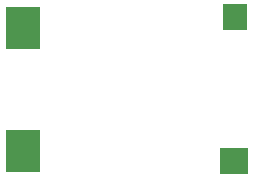
<source format=gko>
%FSLAX44Y44*%
%MOMM*%
G71*
G01*
G75*
G04 Layer_Color=16711935*
%ADD10R,2.1590X2.7430*%
%ADD11R,3.5000X1.0000*%
%ADD12R,2.5000X1.7000*%
%ADD13R,1.6000X3.0000*%
%ADD14R,1.2500X1.2500*%
%ADD15O,0.7200X1.7800*%
%ADD16R,0.7200X1.7800*%
%ADD17R,1.2500X1.2500*%
%ADD18R,1.4500X0.4000*%
%ADD19O,1.4500X0.4000*%
%ADD20R,1.4000X1.0000*%
%ADD21R,0.6000X1.5000*%
%ADD22R,0.6000X2.0000*%
%ADD23R,0.9000X2.0000*%
%ADD24R,2.0000X0.7000*%
%ADD25R,2.0000X0.8000*%
%ADD26R,1.0000X2.0000*%
G04:AMPARAMS|DCode=27|XSize=2mm|YSize=1mm|CornerRadius=0.25mm|HoleSize=0mm|Usage=FLASHONLY|Rotation=90.000|XOffset=0mm|YOffset=0mm|HoleType=Round|Shape=RoundedRectangle|*
%AMROUNDEDRECTD27*
21,1,2.0000,0.5000,0,0,90.0*
21,1,1.5000,1.0000,0,0,90.0*
1,1,0.5000,0.2500,0.7500*
1,1,0.5000,0.2500,-0.7500*
1,1,0.5000,-0.2500,-0.7500*
1,1,0.5000,-0.2500,0.7500*
%
%ADD27ROUNDEDRECTD27*%
%ADD28R,1.5500X0.6000*%
%ADD29O,1.5500X0.6000*%
%ADD30C,0.7000*%
%ADD31C,1.0000*%
%ADD32C,1.5000*%
%ADD33C,0.3000*%
%ADD34C,0.5000*%
%ADD35C,0.4000*%
%ADD36R,1.5240X1.5240*%
%ADD37C,1.5240*%
%ADD38C,2.0000*%
%ADD39R,1.5000X1.5000*%
%ADD40C,1.5000*%
%ADD41C,1.8500*%
%ADD42R,1.8500X1.8500*%
%ADD43R,2.0000X2.0000*%
%ADD44R,2.0000X2.0000*%
%ADD45O,1.5000X0.9000*%
%ADD46R,1.5000X0.9000*%
%ADD47R,1.8500X1.8500*%
%ADD48C,0.7000*%
%ADD49C,1.0000*%
%ADD50C,1.2700*%
%ADD51C,0.2540*%
%ADD52C,0.2000*%
%ADD53C,0.2500*%
%ADD54C,0.2560*%
%ADD55C,0.1500*%
%ADD56R,2.3622X2.9462*%
%ADD57R,3.7032X1.2032*%
%ADD58R,2.7032X1.9032*%
%ADD59R,1.8032X3.2032*%
%ADD60R,1.4532X1.4532*%
%ADD61O,0.9232X1.9832*%
%ADD62R,0.9232X1.9832*%
%ADD63R,1.4532X1.4532*%
%ADD64R,1.6532X0.6032*%
%ADD65O,1.6532X0.6032*%
%ADD66R,1.6032X1.2032*%
%ADD67R,0.8032X1.7032*%
%ADD68R,0.8032X2.2032*%
%ADD69R,1.1032X2.2032*%
%ADD70R,2.2032X0.9032*%
%ADD71R,2.2032X1.0032*%
%ADD72R,1.2032X2.2032*%
G04:AMPARAMS|DCode=73|XSize=2.2032mm|YSize=1.2032mm|CornerRadius=0.3516mm|HoleSize=0mm|Usage=FLASHONLY|Rotation=90.000|XOffset=0mm|YOffset=0mm|HoleType=Round|Shape=RoundedRectangle|*
%AMROUNDEDRECTD73*
21,1,2.2032,0.5000,0,0,90.0*
21,1,1.5000,1.2032,0,0,90.0*
1,1,0.7032,0.2500,0.7500*
1,1,0.7032,0.2500,-0.7500*
1,1,0.7032,-0.2500,-0.7500*
1,1,0.7032,-0.2500,0.7500*
%
%ADD73ROUNDEDRECTD73*%
%ADD74R,1.7532X0.8032*%
%ADD75O,1.7532X0.8032*%
%ADD76R,1.7272X1.7272*%
%ADD77C,1.7272*%
%ADD78C,0.2032*%
%ADD79C,2.2032*%
%ADD80R,1.7032X1.7032*%
%ADD81C,1.7032*%
%ADD82C,2.0532*%
%ADD83R,2.0532X2.0532*%
%ADD84R,2.2032X2.2032*%
%ADD85R,2.2032X2.2032*%
%ADD86O,1.7032X1.1032*%
%ADD87R,1.7032X1.1032*%
%ADD88R,2.0532X2.0532*%
%ADD89C,0.9032*%
%ADD90C,1.2032*%
%ADD91C,1.4732*%
%ADD92R,2.9000X3.6000*%
%ADD93R,2.1000X2.3000*%
%ADD94R,2.4000X2.2000*%
D92*
X268870Y1222630D02*
D03*
Y1118630D02*
D03*
D93*
X447870Y1232132D02*
D03*
D94*
X447370Y1110630D02*
D03*
M02*

</source>
